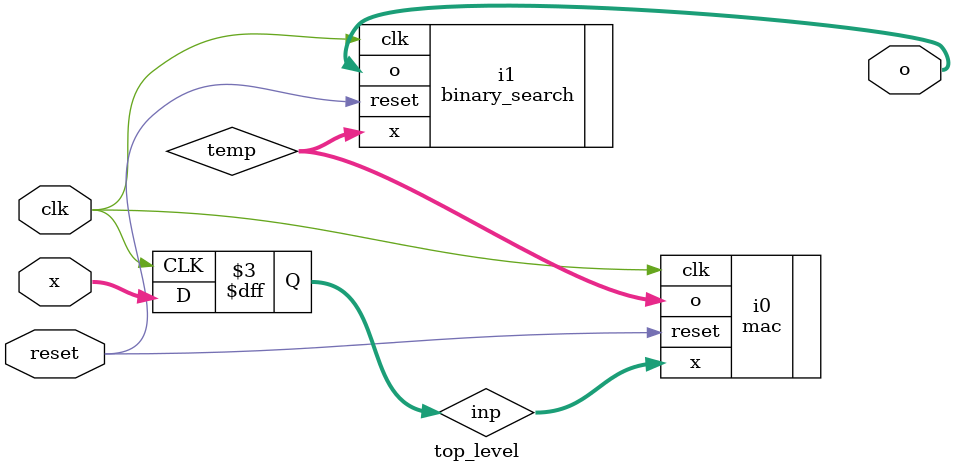
<source format=v>
`timescale 1ns / 1ps

module top_level(
    input clk,
    input reset,
    input [299:0] x,
    output [255:0] o
    );
    
    reg [299:0] inp=0;
    wire [260:0] temp;
    
    mac i0(.clk(clk), .reset(reset), .x(inp), .o(temp));
    binary_search i1(.clk(clk), .reset(reset), .x(temp), .o(o));
    
    always@(posedge clk)
    begin
        inp<=x;
    end
    
endmodule

</source>
